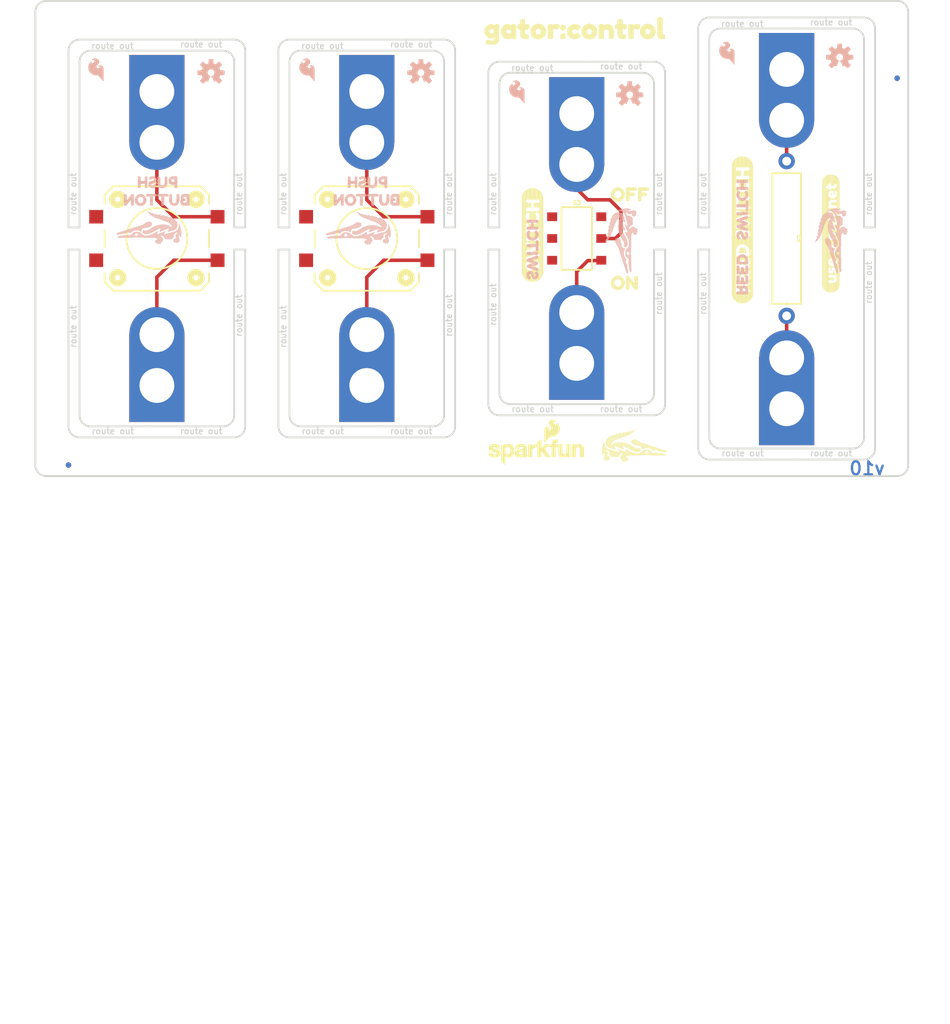
<source format=kicad_pcb>
(kicad_pcb (version 20211014) (generator pcbnew)
  (layers (0 "F.Cu" signal) (31 "B.Cu" signal) (34 "B.Paste" user) (35 "F.Paste" user) (36 "B.SilkS" user "B.Silkscreen") (37 "F.SilkS" user "F.Silkscreen") (38 "B.Mask" user) (39 "F.Mask" user) (44 "Edge.Cuts" user))
  (net 0 "")
  (net 1 "N$1")
  (net 2 "N$2")
  (net 3 "N$3")
  (net 4 "N$4")
  (net 5 "N$5")
  (net 6 "N$6")
  (net 7 "N$7")
  (net 8 "N$8")
  (net 9 "N$9")
  (footprint "" (layer "F.Cu") (at 145.3261 104.4956)
    (fp_text reference "@HOLE7" hide)
    (fp_text value "" (at 0 0) (layer "F.SilkS") (effects (font (size 1.27 1.27))))
    (pad "" np_thru_hole circle (at 0 0) (size 0.381 0.381) (drill 0.381) (layers *.Cu *.Mask))
  )
  (footprint "" (layer "F.Cu") (at 174.5361 105.5116)
    (fp_text reference "@HOLE27" hide)
    (fp_text value "" (at 0 0) (layer "F.SilkS") (effects (font (size 1.27 1.27))))
    (pad "" np_thru_hole circle (at 0 0) (size 0.381 0.381) (drill 0.381) (layers *.Cu *.Mask))
  )
  (footprint "" (layer "F.Cu") (at 193.5861 105.5116)
    (fp_text reference "@HOLE1" hide)
    (fp_text value "" (at 0 0) (layer "F.SilkS") (effects (font (size 1.27 1.27))))
    (pad "" np_thru_hole circle (at 0 0) (size 0.381 0.381) (drill 0.381) (layers *.Cu *.Mask))
  )
  (footprint "boardEagle:REVISION" (layer "F.Cu") (at 132.1181 143.8656)
    (fp_text reference "LOGO9" hide)
    (fp_text value "REVISION" hide)
  )
  (footprint "boardEagle:GATOR#CONTROL0" (layer "F.Cu") (at 147.8661 80.8736)
    (fp_text reference "U$23" hide)
    (fp_text value "" hide)
  )
  (footprint "" (layer "F.Cu") (at 145.3261 105.5116)
    (fp_text reference "@HOLE6" hide)
    (fp_text value "" (at 0 0) (layer "F.SilkS") (effects (font (size 1.27 1.27))))
    (pad "" np_thru_hole circle (at 0 0) (size 0.381 0.381) (drill 0.381) (layers *.Cu *.Mask))
  )
  (footprint "" (layer "F.Cu") (at 170.7261 104.4956)
    (fp_text reference "@HOLE25" hide)
    (fp_text value "" (at 0 0) (layer "F.SilkS") (effects (font (size 1.27 1.27))))
    (pad "" np_thru_hole circle (at 0 0) (size 0.381 0.381) (drill 0.381) (layers *.Cu *.Mask))
  )
  (footprint "boardEagle:SWITCH2" (layer "F.Cu") (at 155.4861 110.0836 90)
    (fp_text reference "U$8" hide)
    (fp_text value "" hide)
  )
  (footprint "boardEagle:GATOR" (layer "F.Cu") (at 160.5661 113.2586)
    (fp_text reference "U$14" hide)
    (fp_text value "GATOR" hide)
    (fp_poly (pts (xy 0.703108 -2.842582) (xy 1.048702 -2.743018) (xy 1.377668 -2.606756) (xy 1.689309 -2.434518) (xy 1.979705 -2.228471) (xy 2.245205 -1.991205) (xy 2.482471 -1.725705) (xy 2.688518 -1.435309) (xy 2.860756 -1.123668) (xy 2.997018 -0.794702) (xy 3.095591 -0.452549) (xy 3.155235 -0.10151) (xy 3.175 0.250437) (xy 3.175 10.287) (xy -3.175 10.287) (xy -3.175 0.246868) (xy -3.096582 -0.449108) (xy -2.997018 -0.794702) (xy -2.860756 -1.123668) (xy -2.688518 -1.435309) (xy -2.482471 -1.725705) (xy -2.245205 -1.991205) (xy -1.979705 -2.228471) (xy -1.689309 -2.434518) (xy -1.377668 -2.606756) (xy -1.048702 -2.743018) (xy -0.706549 -2.841591) (xy -0.35551 -2.901235) (xy 0.003575 -2.921401)) (layer "F.Cu") (width 0) (fill solid))
    (fp_poly (pts (xy 0.703108 -2.842582) (xy 1.048702 -2.743018) (xy 1.377668 -2.606756) (xy 1.689309 -2.434518) (xy 1.979705 -2.228471) (xy 2.245205 -1.991205) (xy 2.482471 -1.725705) (xy 2.688518 -1.435309) (xy 2.860756 -1.123668) (xy 2.997018 -0.794702) (xy 3.095591 -0.452549) (xy 3.155235 -0.10151) (xy 3.175 0.250437) (xy 3.175 10.287) (xy -3.175 10.287) (xy -3.175 0.246868) (xy -3.096582 -0.449108) (xy -2.997018 -0.794702) (xy -2.860756 -1.123668) (xy -2.688518 -1.435309) (xy -2.482471 -1.725705) (xy -2.245205 -1.991205) (xy -1.979705 -2.228471) (xy -1.689309 -2.434518) (xy -1.377668 -2.606756) (xy -1.048702 -2.743018) (xy -0.706549 -2.841591) (xy -0.35551 -2.901235) (xy 0.003575 -2.921401)) (layer "B.Cu") (width 0) (fill solid))
    (pad "P$1" thru_hole circle (at 0 6.096) (size 5.08 5.08) (drill 4.0005) (layers *.Cu *.Mask) (net 9 "N$9"))
    (pad "P$2" thru_hole circle (at 0 0.254) (size 5.08 5.08) (drill 4.0005) (layers *.Cu *.Mask) (net 9 "N$9"))
  )
  (footprint "boardEagle:GATOR" (layer "F.Cu") (at 160.5661 96.7486 180)
    (fp_text reference "U$15" hide)
    (fp_text value "GATOR" hide)
    (fp_poly (pts (xy 0.703108 -2.842582) (xy 1.048702 -2.743018) (xy 1.377668 -2.606756) (xy 1.689309 -2.434518) (xy 1.979705 -2.228471) (xy 2.245205 -1.991205) (xy 2.482471 -1.725705) (xy 2.688518 -1.435309) (xy 2.860756 -1.123668) (xy 2.997018 -0.794702) (xy 3.095591 -0.452549) (xy 3.155235 -0.10151) (xy 3.175 0.250437) (xy 3.175 10.287) (xy -3.175 10.287) (xy -3.175 0.246868) (xy -3.096582 -0.449108) (xy -2.997018 -0.794702) (xy -2.860756 -1.123668) (xy -2.688518 -1.435309) (xy -2.482471 -1.725705) (xy -2.245205 -1.991205) (xy -1.979705 -2.228471) (xy -1.689309 -2.434518) (xy -1.377668 -2.606756) (xy -1.048702 -2.743018) (xy -0.706549 -2.841591) (xy -0.35551 -2.901235) (xy 0.003575 -2.921401)) (layer "F.Cu") (width 0) (fill solid))
    (fp_poly (pts (xy 0.703108 -2.842582) (xy 1.048702 -2.743018) (xy 1.377668 -2.606756) (xy 1.689309 -2.434518) (xy 1.979705 -2.228471) (xy 2.245205 -1.991205) (xy 2.482471 -1.725705) (xy 2.688518 -1.435309) (xy 2.860756 -1.123668) (xy 2.997018 -0.794702) (xy 3.095591 -0.452549) (xy 3.155235 -0.10151) (xy 3.175 0.250437) (xy 3.175 10.287) (xy -3.175 10.287) (xy -3.175 0.246868) (xy -3.096582 -0.449108) (xy -2.997018 -0.794702) (xy -2.860756 -1.123668) (xy -2.688518 -1.435309) (xy -2.482471 -1.725705) (xy -2.245205 -1.991205) (xy -1.979705 -2.228471) (xy -1.689309 -2.434518) (xy -1.377668 -2.606756) (xy -1.048702 -2.743018) (xy -0.706549 -2.841591) (xy -0.35551 -2.901235) (xy 0.003575 -2.921401)) (layer "B.Cu") (width 0) (fill solid))
    (pad "P$1" thru_hole circle (at 0 6.096 180) (size 5.08 5.08) (drill 4.0005) (layers *.Cu *.Mask) (net 7 "N$7"))
    (pad "P$2" thru_hole circle (at 0 0.254 180) (size 5.08 5.08) (drill 4.0005) (layers *.Cu *.Mask) (net 7 "N$7"))
  )
  (footprint "boardEagle:ON8" (layer "F.Cu") (at 163.1061 110.0836)
    (fp_text reference "U$13" hide)
    (fp_text value "" hide)
  )
  (footprint "" (layer "F.Cu") (at 121.1961 104.4956)
    (fp_text reference "@HOLE11" hide)
    (fp_text value "" (at 0 0) (layer "F.SilkS") (effects (font (size 1.27 1.27))))
    (pad "" np_thru_hole circle (at 0 0) (size 0.381 0.381) (drill 0.381) (layers *.Cu *.Mask))
  )
  (footprint "" (layer "F.Cu") (at 121.1961 105.5116)
    (fp_text reference "@HOLE10" hide)
    (fp_text value "" (at 0 0) (layer "F.SilkS") (effects (font (size 1.27 1.27))))
    (pad "" np_thru_hole circle (at 0 0) (size 0.381 0.381) (drill 0.381) (layers *.Cu *.Mask))
  )
  (footprint "" (layer "F.Cu") (at 175.8061 104.4956)
    (fp_text reference "@HOLE3" hide)
    (fp_text value "" (at 0 0) (layer "F.SilkS") (effects (font (size 1.27 1.27))))
    (pad "" np_thru_hole circle (at 0 0) (size 0.381 0.381) (drill 0.381) (layers *.Cu *.Mask))
  )
  (footprint "" (layer "F.Cu") (at 175.8061 105.5116)
    (fp_text reference "@HOLE2" hide)
    (fp_text value "" (at 0 0) (layer "F.SilkS") (effects (font (size 1.27 1.27))))
    (pad "" np_thru_hole circle (at 0 0) (size 0.381 0.381) (drill 0.381) (layers *.Cu *.Mask))
  )
  (footprint "" (layer "F.Cu") (at 127.5461 104.4956)
    (fp_text reference "@HOLE9" hide)
    (fp_text value "" (at 0 0) (layer "F.SilkS") (effects (font (size 1.27 1.27))))
    (pad "" np_thru_hole circle (at 0 0) (size 0.381 0.381) (drill 0.381) (layers *.Cu *.Mask))
  )
  (footprint "" (layer "F.Cu") (at 103.4161 104.4956)
    (fp_text reference "@HOLE13" hide)
    (fp_text value "" (at 0 0) (layer "F.SilkS") (effects (font (size 1.27 1.27))))
    (pad "" np_thru_hole circle (at 0 0) (size 0.381 0.381) (drill 0.381) (layers *.Cu *.Mask))
  )
  (footprint "boardEagle:FIDUCIAL-MICRO" (layer "F.Cu") (at 102.1461 131.0386)
    (fp_text reference "FD4" hide)
    (fp_text value "FIDUCIALUFIDUCIAL" hide)
    (pad "1" smd roundrect (at 0 0) (size 0.635 0.635) (layers "F.Cu" "F.Mask") (roundrect_rratio 0.5))
  )
  (footprint "" (layer "F.Cu") (at 102.1461 105.5116)
    (fp_text reference "@HOLE19" hide)
    (fp_text value "" (at 0 0) (layer "F.SilkS") (effects (font (size 1.27 1.27))))
    (pad "" np_thru_hole circle (at 0 0) (size 0.381 0.381) (drill 0.381) (layers *.Cu *.Mask))
  )
  (footprint "" (layer "F.Cu") (at 127.5461 105.5116)
    (fp_text reference "@HOLE8" hide)
    (fp_text value "" (at 0 0) (layer "F.SilkS") (effects (font (size 1.27 1.27))))
    (pad "" np_thru_hole circle (at 0 0) (size 0.381 0.381) (drill 0.381) (layers *.Cu *.Mask))
  )
  (footprint "" (layer "F.Cu") (at 174.5361 104.4956)
    (fp_text reference "@HOLE24" hide)
    (fp_text value "" (at 0 0) (layer "F.SilkS") (effects (font (size 1.27 1.27))))
    (pad "" np_thru_hole circle (at 0 0) (size 0.381 0.381) (drill 0.381) (layers *.Cu *.Mask))
  )
  (footprint "boardEagle:TACTILE_SWITCH_SMD_12MM" (layer "F.Cu") (at 112.3061 105.0036)
    (fp_text reference "S1" (at 0 -6.223) (layer "F.SilkS") (effects (font (size 0.48768 0.48768) (thickness 0.12192)) (justify bottom)))
    (fp_text value "MOMENTARY-SWITCH-SPST-SMD-12MM")
    (pad "1" smd rect (at 6.975 2.5) (size 1.6 1.55) (layers "F.Cu" "F.Paste" "F.Mask") (net 3 "N$3"))
    (pad "2" smd rect (at -6.975 2.5) (size 1.6 1.55) (layers "F.Cu" "F.Paste" "F.Mask"))
    (pad "3" smd rect (at 6.975 -2.5) (size 1.6 1.55) (layers "F.Cu" "F.Paste" "F.Mask") (net 4 "N$4"))
    (pad "4" smd rect (at -6.975 -2.5) (size 1.6 1.55) (layers "F.Cu" "F.Paste" "F.Mask"))
  )
  (footprint "" (layer "F.Cu") (at 102.1461 104.4956)
    (fp_text reference "@HOLE18" hide)
    (fp_text value "" (at 0 0) (layer "F.SilkS") (effects (font (size 1.27 1.27))))
    (pad "" np_thru_hole circle (at 0 0) (size 0.381 0.381) (drill 0.381) (layers *.Cu *.Mask))
  )
  (footprint "boardEagle:REED_SWITCH0" (layer "F.Cu") (at 179.6161 112.6236 90)
    (fp_text reference "U$7" hide)
    (fp_text value "" hide)
  )
  (footprint "" (layer "F.Cu") (at 122.4661 104.4956)
    (fp_text reference "@HOLE16" hide)
    (fp_text value "" (at 0 0) (layer "F.SilkS") (effects (font (size 1.27 1.27))))
    (pad "" np_thru_hole circle (at 0 0) (size 0.381 0.381) (drill 0.381) (layers *.Cu *.Mask))
  )
  (footprint "boardEagle:GATOR" (layer "F.Cu") (at 112.3061 115.7986)
    (fp_text reference "U$17" hide)
    (fp_text value "GATOR" hide)
    (fp_poly (pts (xy 0.703108 -2.842582) (xy 1.048702 -2.743018) (xy 1.377668 -2.606756) (xy 1.689309 -2.434518) (xy 1.979705 -2.228471) (xy 2.245205 -1.991205) (xy 2.482471 -1.725705) (xy 2.688518 -1.435309) (xy 2.860756 -1.123668) (xy 2.997018 -0.794702) (xy 3.095591 -0.452549) (xy 3.155235 -0.10151) (xy 3.175 0.250437) (xy 3.175 10.287) (xy -3.175 10.287) (xy -3.175 0.246868) (xy -3.096582 -0.449108) (xy -2.997018 -0.794702) (xy -2.860756 -1.123668) (xy -2.688518 -1.435309) (xy -2.482471 -1.725705) (xy -2.245205 -1.991205) (xy -1.979705 -2.228471) (xy -1.689309 -2.434518) (xy -1.377668 -2.606756) (xy -1.048702 -2.743018) (xy -0.706549 -2.841591) (xy -0.35551 -2.901235) (xy 0.003575 -2.921401)) (layer "F.Cu") (width 0) (fill solid))
    (fp_poly (pts (xy 0.703108 -2.842582) (xy 1.048702 -2.743018) (xy 1.377668 -2.606756) (xy 1.689309 -2.434518) (xy 1.979705 -2.228471) (xy 2.245205 -1.991205) (xy 2.482471 -1.725705) (xy 2.688518 -1.435309) (xy 2.860756 -1.123668) (xy 2.997018 -0.794702) (xy 3.095591 -0.452549) (xy 3.155235 -0.10151) (xy 3.175 0.250437) (xy 3.175 10.287) (xy -3.175 10.287) (xy -3.175 0.246868) (xy -3.096582 -0.449108) (xy -2.997018 -0.794702) (xy -2.860756 -1.123668) (xy -2.688518 -1.435309) (xy -2.482471 -1.725705) (xy -2.245205 -1.991205) (xy -1.979705 -2.228471) (xy -1.689309 -2.434518) (xy -1.377668 -2.606756) (xy -1.048702 -2.743018) (xy -0.706549 -2.841591) (xy -0.35551 -2.901235) (xy 0.003575 -2.921401)) (layer "B.Cu") (width 0) (fill solid))
    (pad "P$1" thru_hole circle (at 0 6.096) (size 5.08 5.08) (drill 4.0005) (layers *.Cu *.Mask) (net 3 "N$3"))
    (pad "P$2" thru_hole circle (at 0 0.254) (size 5.08 5.08) (drill 4.0005) (layers *.Cu *.Mask) (net 3 "N$3"))
  )
  (footprint "boardEagle:FIDUCIAL-MICRO" (layer "F.Cu") (at 197.3961 86.5886)
    (fp_text reference "FD1" hide)
    (fp_text value "FIDUCIALUFIDUCIAL" hide)
    (pad "1" smd roundrect (at 0 0) (size 0.635 0.635) (layers "F.Cu" "F.Mask") (roundrect_rratio 0.5))
  )
  (footprint "boardEagle:CREATIVE_COMMONS" (layer "F.Cu") (at 120.5611 141.8336)
    (fp_text reference "FRAME1" hide)
    (fp_text value "FRAME-LETTER" hide)
  )
  (footprint "boardEagle:GATOR" (layer "F.Cu") (at 136.4361 115.7986)
    (fp_text reference "U$19" hide)
    (fp_text value "GATOR" hide)
    (fp_poly (pts (xy 0.703108 -2.842582) (xy 1.048702 -2.743018) (xy 1.377668 -2.606756) (xy 1.689309 -2.434518) (xy 1.979705 -2.228471) (xy 2.245205 -1.991205) (xy 2.482471 -1.725705) (xy 2.688518 -1.435309) (xy 2.860756 -1.123668) (xy 2.997018 -0.794702) (xy 3.095591 -0.452549) (xy 3.155235 -0.10151) (xy 3.175 0.250437) (xy 3.175 10.287) (xy -3.175 10.287) (xy -3.175 0.246868) (xy -3.096582 -0.449108) (xy -2.997018 -0.794702) (xy -2.860756 -1.123668) (xy -2.688518 -1.435309) (xy -2.482471 -1.725705) (xy -2.245205 -1.991205) (xy -1.979705 -2.228471) (xy -1.689309 -2.434518) (xy -1.377668 -2.606756) (xy -1.048702 -2.743018) (xy -0.706549 -2.841591) (xy -0.35551 -2.901235) (xy 0.003575 -2.921401)) (layer "F.Cu") (width 0) (fill solid))
    (fp_poly (pts (xy 0.703108 -2.842582) (xy 1.048702 -2.743018) (xy 1.377668 -2.606756) (xy 1.689309 -2.434518) (xy 1.979705 -2.228471) (xy 2.245205 -1.991205) (xy 2.482471 -1.725705) (xy 2.688518 -1.435309) (xy 2.860756 -1.123668) (xy 2.997018 -0.794702) (xy 3.095591 -0.452549) (xy 3.155235 -0.10151) (xy 3.175 0.250437) (xy 3.175 10.287) (xy -3.175 10.287) (xy -3.175 0.246868) (xy -3.096582 -0.449108) (xy -2.997018 -0.794702) (xy -2.860756 -1.123668) (xy -2.688518 -1.435309) (xy -2.482471 -1.725705) (xy -2.245205 -1.991205) (xy -1.979705 -2.228471) (xy -1.689309 -2.434518) (xy -1.377668 -2.606756) (xy -1.048702 -2.743018) (xy -0.706549 -2.841591) (xy -0.35551 -2.901235) (xy 0.003575 -2.921401)) (layer "B.Cu") (width 0) (fill solid))
    (pad "P$1" thru_hole circle (at 0 6.096) (size 5.08 5.08) (drill 4.0005) (layers *.Cu *.Mask) (net 1 "N$1"))
    (pad "P$2" thru_hole circle (at 0 0.254) (size 5.08 5.08) (drill 4.0005) (layers *.Cu *.Mask) (net 1 "N$1"))
  )
  (footprint "boardEagle:ORDERING_INSTRUCTIONS" (layer "F.Cu") (at 94.5261 144.3736)
    (fp_text reference "U$33" hide)
    (fp_text value "" hide)
  )
  (footprint "" (layer "F.Cu") (at 126.2761 105.5116)
    (fp_text reference "@HOLE15" hide)
    (fp_text value "" (at 0 0) (layer "F.SilkS") (effects (font (size 1.27 1.27))))
    (pad "" np_thru_hole circle (at 0 0) (size 0.381 0.381) (drill 0.381) (layers *.Cu *.Mask))
  )
  (footprint "" (layer "F.Cu") (at 146.5961 104.4956)
    (fp_text reference "@HOLE20" hide)
    (fp_text value "" (at 0 0) (layer "F.SilkS") (effects (font (size 1.27 1.27))))
    (pad "" np_thru_hole circle (at 0 0) (size 0.381 0.381) (drill 0.381) (layers *.Cu *.Mask))
  )
  (footprint "" (layer "F.Cu") (at 194.8561 105.5116)
    (fp_text reference "@HOLE31" hide)
    (fp_text value "" (at 0 0) (layer "F.SilkS") (effects (font (size 1.27 1.27))))
    (pad "" np_thru_hole circle (at 0 0) (size 0.381 0.381) (drill 0.381) (layers *.Cu *.Mask))
  )
  (footprint "boardEagle:USE_A_MAGNET10" (layer "F.Cu") (at 189.7761 111.3536 90)
    (fp_text reference "U$9" hide)
    (fp_text value "" hide)
  )
  (footprint "" (layer "F.Cu") (at 169.4561 105.5116)
    (fp_text reference "@HOLE29" hide)
    (fp_text value "" (at 0 0) (layer "F.SilkS") (effects (font (size 1.27 1.27))))
    (pad "" np_thru_hole circle (at 0 0) (size 0.381 0.381) (drill 0.381) (layers *.Cu *.Mask))
  )
  (footprint "boardEagle:GATOR" (layer "F.Cu") (at 184.6961 91.6686 180)
    (fp_text reference "U$16" hide)
    (fp_text value "GATOR" hide)
    (fp_poly (pts (xy 0.703108 -2.842582) (xy 1.048702 -2.743018) (xy 1.377668 -2.606756) (xy 1.689309 -2.434518) (xy 1.979705 -2.228471) (xy 2.245205 -1.991205) (xy 2.482471 -1.725705) (xy 2.688518 -1.435309) (xy 2.860756 -1.123668) (xy 2.997018 -0.794702) (xy 3.095591 -0.452549) (xy 3.155235 -0.10151) (xy 3.175 0.250437) (xy 3.175 10.287) (xy -3.175 10.287) (xy -3.175 0.246868) (xy -3.096582 -0.449108) (xy -2.997018 -0.794702) (xy -2.860756 -1.123668) (xy -2.688518 -1.435309) (xy -2.482471 -1.725705) (xy -2.245205 -1.991205) (xy -1.979705 -2.228471) (xy -1.689309 -2.434518) (xy -1.377668 -2.606756) (xy -1.048702 -2.743018) (xy -0.706549 -2.841591) (xy -0.35551 -2.901235) (xy 0.003575 -2.921401)) (layer "F.Cu") (width 0) (fill solid))
    (fp_poly (pts (xy 0.703108 -2.842582) (xy 1.048702 -2.743018) (xy 1.377668 -2.606756) (xy 1.689309 -2.434518) (xy 1.979705 -2.228471) (xy 2.245205 -1.991205) (xy 2.482471 -1.725705) (xy 2.688518 -1.435309) (xy 2.860756 -1.123668) (xy 2.997018 -0.794702) (xy 3.095591 -0.452549) (xy 3.155235 -0.10151) (xy 3.175 0.250437) (xy 3.175 10.287) (xy -3.175 10.287) (xy -3.175 0.246868) (xy -3.096582 -0.449108) (xy -2.997018 -0.794702) (xy -2.860756 -1.123668) (xy -2.688518 -1.435309) (xy -2.482471 -1.725705) (xy -2.245205 -1.991205) (xy -1.979705 -2.228471) (xy -1.689309 -2.434518) (xy -1.377668 -2.606756) (xy -1.048702 -2.743018) (xy -0.706549 -2.841591) (xy -0.35551 -2.901235) (xy 0.003575 -2.921401)) (layer "B.Cu") (width 0) (fill solid))
    (pad "P$1" thru_hole circle (at 0 6.096 180) (size 5.08 5.08) (drill 4.0005) (layers *.Cu *.Mask) (net 5 "N$5"))
    (pad "P$2" thru_hole circle (at 0 0.254 180) (size 5.08 5.08) (drill 4.0005) (layers *.Cu *.Mask) (net 5 "N$5"))
  )
  (footprint "" (layer "F.Cu") (at 103.4161 105.5116)
    (fp_text reference "@HOLE12" hide)
    (fp_text value "" (at 0 0) (layer "F.SilkS") (effects (font (size 1.27 1.27))))
    (pad "" np_thru_hole circle (at 0 0) (size 0.381 0.381) (drill 0.381) (layers *.Cu *.Mask))
  )
  (footprint "boardEagle:GATOR" (layer "F.Cu") (at 136.4361 94.2086 180)
    (fp_text reference "U$10" hide)
    (fp_text value "GATOR" hide)
    (fp_poly (pts (xy 0.703108 -2.842582) (xy 1.048702 -2.743018) (xy 1.377668 -2.606756) (xy 1.689309 -2.434518) (xy 1.979705 -2.228471) (xy 2.245205 -1.991205) (xy 2.482471 -1.725705) (xy 2.688518 -1.435309) (xy 2.860756 -1.123668) (xy 2.997018 -0.794702) (xy 3.095591 -0.452549) (xy 3.155235 -0.10151) (xy 3.175 0.250437) (xy 3.175 10.287) (xy -3.175 10.287) (xy -3.175 0.246868) (xy -3.096582 -0.449108) (xy -2.997018 -0.794702) (xy -2.860756 -1.123668) (xy -2.688518 -1.435309) (xy -2.482471 -1.725705) (xy -2.245205 -1.991205) (xy -1.979705 -2.228471) (xy -1.689309 -2.434518) (xy -1.377668 -2.606756) (xy -1.048702 -2.743018) (xy -0.706549 -2.841591) (xy -0.35551 -2.901235) (xy 0.003575 -2.921401)) (layer "F.Cu") (width 0) (fill solid))
    (fp_poly (pts (xy 0.703108 -2.842582) (xy 1.048702 -2.743018) (xy 1.377668 -2.606756) (xy 1.689309 -2.434518) (xy 1.979705 -2.228471) (xy 2.245205 -1.991205) (xy 2.482471 -1.725705) (xy 2.688518 -1.435309) (xy 2.860756 -1.123668) (xy 2.997018 -0.794702) (xy 3.095591 -0.452549) (xy 3.155235 -0.10151) (xy 3.175 0.250437) (xy 3.175 10.287) (xy -3.175 10.287) (xy -3.175 0.246868) (xy -3.096582 -0.449108) (xy -2.997018 -0.794702) (xy -2.860756 -1.123668) (xy -2.688518 -1.435309) (xy -2.482471 -1.725705) (xy -2.245205 -1.991205) (xy -1.979705 -2.228471) (xy -1.689309 -2.434518) (xy -1.377668 -2.606756) (xy -1.048702 -2.743018) (xy -0.706549 -2.841591) (xy -0.35551 -2.901235) (xy 0.003575 -2.921401)) (layer "B.Cu") (width 0) (fill solid))
    (pad "P$1" thru_hole circle (at 0 6.096 180) (size 5.08 5.08) (drill 4.0005) (layers *.Cu *.Mask) (net 2 "N$2"))
    (pad "P$2" thru_hole circle (at 0 0.254 180) (size 5.08 5.08) (drill 4.0005) (layers *.Cu *.Mask) (net 2 "N$2"))
  )
  (footprint "boardEagle:OFF9" (layer "F.Cu") (at 163.1061 99.9236)
    (fp_text reference "U$6" hide)
    (fp_text value "" hide)
  )
  (footprint "" (layer "F.Cu") (at 170.7261 105.5116)
    (fp_text reference "@HOLE28" hide)
    (fp_text value "" (at 0 0) (layer "F.SilkS") (effects (font (size 1.27 1.27))))
    (pad "" np_thru_hole circle (at 0 0) (size 0.381 0.381) (drill 0.381) (layers *.Cu *.Mask))
  )
  (footprint "boardEagle:GATOR" (layer "F.Cu") (at 112.3061 94.2086 180)
    (fp_text reference "U$11" hide)
    (fp_text value "GATOR" hide)
    (fp_poly (pts (xy 0.703108 -2.842582) (xy 1.048702 -2.743018) (xy 1.377668 -2.606756) (xy 1.689309 -2.434518) (xy 1.979705 -2.228471) (xy 2.245205 -1.991205) (xy 2.482471 -1.725705) (xy 2.688518 -1.435309) (xy 2.860756 -1.123668) (xy 2.997018 -0.794702) (xy 3.095591 -0.452549) (xy 3.155235 -0.10151) (xy 3.175 0.250437) (xy 3.175 10.287) (xy -3.175 10.287) (xy -3.175 0.246868) (xy -3.096582 -0.449108) (xy -2.997018 -0.794702) (xy -2.860756 -1.123668) (xy -2.688518 -1.435309) (xy -2.482471 -1.725705) (xy -2.245205 -1.991205) (xy -1.979705 -2.228471) (xy -1.689309 -2.434518) (xy -1.377668 -2.606756) (xy -1.048702 -2.743018) (xy -0.706549 -2.841591) (xy -0.35551 -2.901235) (xy 0.003575 -2.921401)) (layer "F.Cu") (width 0) (fill solid))
    (fp_poly (pts (xy 0.703108 -2.842582) (xy 1.048702 -2.743018) (xy 1.377668 -2.606756) (xy 1.689309 -2.434518) (xy 1.979705 -2.228471) (xy 2.245205 -1.991205) (xy 2.482471 -1.725705) (xy 2.688518 -1.435309) (xy 2.860756 -1.123668) (xy 2.997018 -0.794702) (xy 3.095591 -0.452549) (xy 3.155235 -0.10151) (xy 3.175 0.250437) (xy 3.175 10.287) (xy -3.175 10.287) (xy -3.175 0.246868) (xy -3.096582 -0.449108) (xy -2.997018 -0.794702) (xy -2.860756 -1.123668) (xy -2.688518 -1.435309) (xy -2.482471 -1.725705) (xy -2.245205 -1.991205) (xy -1.979705 -2.228471) (xy -1.689309 -2.434518) (xy -1.377668 -2.606756) (xy -1.048702 -2.743018) (xy -0.706549 -2.841591) (xy -0.35551 -2.901235) (xy 0.003575 -2.921401)) (layer "B.Cu") (width 0) (fill solid))
    (pad "P$1" thru_hole circle (at 0 6.096 180) (size 5.08 5.08) (drill 4.0005) (layers *.Cu *.Mask) (net 4 "N$4"))
    (pad "P$2" thru_hole circle (at 0 0.254 180) (size 5.08 5.08) (drill 4.0005) (layers *.Cu *.Mask) (net 4 "N$4"))
  )
  (footprint "" (layer "F.Cu") (at 150.4061 104.4956)
    (fp_text reference "@HOLE22" hide)
    (fp_text value "" (at 0 0) (layer "F.SilkS") (effects (font (size 1.27 1.27))))
    (pad "" np_thru_hole circle (at 0 0) (size 0.381 0.381) (drill 0.381) (layers *.Cu *.Mask))
  )
  (footprint "" (layer "F.Cu") (at 194.8561 104.4956)
    (fp_text reference "@HOLE30" hide)
    (fp_text value "" (at 0 0) (layer "F.SilkS") (effects (font (size 1.27 1.27))))
    (pad "" np_thru_hole circle (at 0 0) (size 0.381 0.381) (drill 0.381) (layers *.Cu *.Mask))
  )
  (footprint "boardEagle:REED_SWITCH_PLASTIC" (layer "F.Cu") (at 184.6961 105.0036 -90)
    (fp_text reference "S2" (at 0 -1.778 -90) (layer "F.SilkS") (effects (font (size 0.48768 0.48768) (thickness 0.12192)) (justify bottom)))
    (fp_text value "REED_SWITCH-PTH-INSULATED")
    (pad "P$1" thru_hole circle (at -8.89 0 270) (size 1.8796 1.8796) (drill 1.016) (layers *.Cu *.Mask) (net 5 "N$5"))
    (pad "P$2" thru_hole circle (at 8.89 0 270) (size 1.8796 1.8796) (drill 1.016) (layers *.Cu *.Mask) (net 6 "N$6"))
  )
  (footprint "" (layer "F.Cu") (at 151.6761 105.5116)
    (fp_text reference "@HOLE4" hide)
    (fp_text value "" (at 0 0) (layer "F.SilkS") (effects (font (size 1.27 1.27))))
    (pad "" np_thru_hole circle (at 0 0) (size 0.381 0.381) (drill 0.381) (layers *.Cu *.Mask))
  )
  (footprint "" (layer "F.Cu") (at 150.4061 105.5116)
    (fp_text reference "@HOLE23" hide)
    (fp_text value "" (at 0 0) (layer "F.SilkS") (effects (font (size 1.27 1.27))))
    (pad "" np_thru_hole circle (at 0 0) (size 0.381 0.381) (drill 0.381) (layers *.Cu *.Mask))
  )
  (footprint "boardEagle:SFE_LOGO_NAME_FLAME_.1" (layer "F.Cu") (at 150.0251 131.0386)
    (fp_text reference "U$24" hide)
    (fp_text value "" hide)
  )
  (footprint "boardEagle:GATOR#PNG" (layer "F.Cu") (at 166.8526 128.6891)
    (fp_text reference "U$22" hide)
    (fp_text value "" hide)
  )
  (footprint "" (layer "F.Cu") (at 193.5861 104.4956)
    (fp_text reference "@HOLE0" hide)
    (fp_text value "" (at 0 0) (layer "F.SilkS") (effects (font (size 1.27 1.27))))
    (pad "" np_thru_hole circle (at 0 0) (size 0.381 0.381) (drill 0.381) (layers *.Cu *.Mask))
  )
  (footprint "boardEagle:TACTILE_SWITCH_SMD_12MM" (layer "F.Cu") (at 136.4361 105.0036)
    (fp_text reference "S4" (at 0 -6.223) (layer "F.SilkS") (effects (font (size 0.48768 0.48768) (thickness 0.12192)) (justify bottom)))
    (fp_text value "MOMENTARY-SWITCH-SPST-SMD-12MM")
    (pad "1" smd rect (at 6.975 2.5) (size 1.6 1.55) (layers "F.Cu" "F.Paste" "F.Mask") (net 1 "N$1"))
    (pad "2" smd rect (at -6.975 2.5) (size 1.6 1.55) (layers "F.Cu" "F.Paste" "F.Mask"))
    (pad "3" smd rect (at 6.975 -2.5) (size 1.6 1.55) (layers "F.Cu" "F.Paste" "F.Mask") (net 2 "N$2"))
    (pad "4" smd rect (at -6.975 -2.5) (size 1.6 1.55) (layers "F.Cu" "F.Paste" "F.Mask"))
  )
  (footprint "boardEagle:SWITCH_DPDT_SMD_AYZ0202" (layer "F.Cu") (at 160.5661 105.0036 -90)
    (fp_text reference "S3" (at -3.81 0) (layer "F.SilkS") (effects (font (size 0.48768 0.48768) (thickness 0.12192)) (justify bottom)))
    (fp_text value "")
    (pad "" np_thru_hole circle (at 1.5 0 270) (size 0.85 0.85) (drill 0.85) (layers *.Cu *.Mask))
    (pad "" np_thru_hole circle (at -1.5 0 270) (size 0.85 0.85) (drill 0.85) (layers *.Cu *.Mask))
    (pad "1" smd rect (at -2.5 -2.825 270) (size 1 1.15) (layers "F.Cu" "F.Paste" "F.Mask") (net 8 "N$8"))
    (pad "2" smd rect (at 0 -2.825 270) (size 1 1.15) (layers "F.Cu" "F.Paste" "F.Mask") (net 7 "N$7"))
    (pad "3" smd rect (at 2.5 -2.825 270) (size 1 1.15) (layers "F.Cu" "F.Paste" "F.Mask") (net 9 "N$9"))
    (pad "4" smd rect (at -2.5 2.825 270) (size 1 1.15) (layers "F.Cu" "F.Paste" "F.Mask"))
    (pad "5" smd rect (at 0 2.825 270) (size 1 1.15) (layers "F.Cu" "F.Paste" "F.Mask"))
    (pad "6" smd rect (at 2.5 2.825 270) (size 1 1.15) (layers "F.Cu" "F.Paste" "F.Mask"))
  )
  (footprint "" (layer "F.Cu") (at 122.4661 105.5116)
    (fp_text reference "@HOLE17" hide)
    (fp_text value "" (at 0 0) (layer "F.SilkS") (effects (font (size 1.27 1.27))))
    (pad "" np_thru_hole circle (at 0 0) (size 0.381 0.381) (drill 0.381) (layers *.Cu *.Mask))
  )
  (footprint "" (layer "F.Cu") (at 146.5961 105.5116)
    (fp_text reference "@HOLE21" hide)
    (fp_text value "" (at 0 0) (layer "F.SilkS") (effects (font (size 1.27 1.27))))
    (pad "" np_thru_hole circle (at 0 0) (size 0.381 0.381) (drill 0.381) (layers *.Cu *.Mask))
  )
  (footprint "" (layer "F.Cu") (at 126.2761 104.4956)
    (fp_text reference "@HOLE14" hide)
    (fp_text value "" (at 0 0) (layer "F.SilkS") (effects (font (size 1.27 1.27))))
    (pad "" np_thru_hole circle (at 0 0) (size 0.381 0.381) (drill 0.381) (layers *.Cu *.Mask))
  )
  (footprint "boardEagle:GATOR" (layer "F.Cu") (at 184.6961 118.4656)
    (fp_text reference "U$12" hide)
    (fp_text value "GATOR" hide)
    (fp_poly (pts (xy 0.703108 -2.842582) (xy 1.048702 -2.743018) (xy 1.377668 -2.606756) (xy 1.689309 -2.434518) (xy 1.979705 -2.228471) (xy 2.245205 -1.991205) (xy 2.482471 -1.725705) (xy 2.688518 -1.435309) (xy 2.860756 -1.123668) (xy 2.997018 -0.794702) (xy 3.095591 -0.452549) (xy 3.155235 -0.10151) (xy 3.175 0.250437) (xy 3.175 10.287) (xy -3.175 10.287) (xy -3.175 0.246868) (xy -3.096582 -0.449108) (xy -2.997018 -0.794702) (xy -2.860756 -1.123668) (xy -2.688518 -1.435309) (xy -2.482471 -1.725705) (xy -2.245205 -1.991205) (xy -1.979705 -2.228471) (xy -1.689309 -2.434518) (xy -1.377668 -2.606756) (xy -1.048702 -2.743018) (xy -0.706549 -2.841591) (xy -0.35551 -2.901235) (xy 0.003575 -2.921401)) (layer "F.Cu") (width 0) (fill solid))
    (fp_poly (pts (xy 0.703108 -2.842582) (xy 1.048702 -2.743018) (xy 1.377668 -2.606756) (xy 1.689309 -2.434518) (xy 1.979705 -2.228471) (xy 2.245205 -1.991205) (xy 2.482471 -1.725705) (xy 2.688518 -1.435309) (xy 2.860756 -1.123668) (xy 2.997018 -0.794702) (xy 3.095591 -0.452549) (xy 3.155235 -0.10151) (xy 3.175 0.250437) (xy 3.175 10.287) (xy -3.175 10.287) (xy -3.175 0.246868) (xy -3.096582 -0.449108) (xy -2.997018 -0.794702) (xy -2.860756 -1.123668) (xy -2.688518 -1.435309) (xy -2.482471 -1.725705) (xy -2.245205 -1.991205) (xy -1.979705 -2.228471) (xy -1.689309 -2.434518) (xy -1.377668 -2.606756) (xy -1.048702 -2.743018) (xy -0.706549 -2.841591) (xy -0.35551 -2.901235) (xy 0.003575 -2.921401)) (layer "B.Cu") (width 0) (fill solid))
    (pad "P$1" thru_hole circle (at 0 6.096) (size 5.08 5.08) (drill 4.0005) (layers *.Cu *.Mask) (net 6 "N$6"))
    (pad "P$2" thru_hole circle (at 0 0.254) (size 5.08 5.08) (drill 4.0005) (layers *.Cu *.Mask) (net 6 "N$6"))
  )
  (footprint "" (layer "F.Cu") (at 169.4561 104.4956)
    (fp_text reference "@HOLE26" hide)
    (fp_text value "" (at 0 0) (layer "F.SilkS") (effects (font (size 1.27 1.27))))
    (pad "" np_thru_hole circle (at 0 0) (size 0.381 0.381) (drill 0.381) (layers *.Cu *.Mask))
  )
  (footprint "" (layer "F.Cu") (at 151.6761 104.4956)
    (fp_text reference "@HOLE5" hide)
    (fp_text value "" (at 0 0) (layer "F.SilkS") (effects (font (size 1.27 1.27))))
    (pad "" np_thru_hole circle (at 0 0) (size 0.381 0.381) (drill 0.381) (layers *.Cu *.Mask))
  )
  (footprint "boardEagle:BUTTON3" (layer "B.Cu") (at 141.3891 100.5586 180)
    (fp_text reference "U$5" hide)
    (fp_text value "" hide)
  )
  (footprint "boardEagle:REED6" (layer "B.Cu") (at 179.6161 112.6236 90)
    (fp_text reference "U$20" hide)
    (fp_text value "" hide)
  )
  (footprint "boardEagle:PUSH4" (layer "B.Cu") (at 115.8621 98.5266 180)
    (fp_text reference "U$3" hide)
    (fp_text value "" hide)
  )
  (footprint "boardEagle:OSHW-LOGO-S" (layer "B.Cu") (at 142.6591 85.9536 180)
    (fp_text reference "LOGO3" hide)
    (fp_text value "OSHW-LOGOS" hide)
  )
  (footprint "boardEagle:SFE_LOGO_FLAME_.1" (layer "B.Cu") (at 178.9811 85.3186 180)
    (fp_text reference "LOGO7" hide)
    (fp_text value "SFE_LOGO_FLAME.1_INCH" hide)
  )
  (footprint "boardEagle:FIDUCIAL-MICRO" (layer "B.Cu") (at 197.3961 86.5886 180)
    (fp_text reference "FD2" hide)
    (fp_text value "FIDUCIALUFIDUCIAL" hide)
    (pad "1" smd roundrect (at 0 0 180) (size 0.635 0.635) (layers "B.Cu" "B.Mask") (roundrect_rratio 0.5))
  )
  (footprint "boardEagle:SWITCH5" (layer "B.Cu") (at 179.6161 106.2736 90)
    (fp_text reference "U$21" hide)
    (fp_text value "" hide)
  )
  (footprint "boardEagle:GATOR#PNG" (layer "B.Cu") (at 135.8011 103.7336 180)
    (fp_text reference "U$28" hide)
    (fp_text value "" hide)
  )
  (footprint "boardEagle:GATOR#PNG" (layer "B.Cu") (at 165.5826 104.9401 -90)
    (fp_text reference "U$29" hide)
    (fp_text value "" hide)
  )
  (footprint "boardEagle:SFE_LOGO_FLAME_.1" (layer "B.Cu") (at 130.7211 87.2236 180)
    (fp_text reference "LOGO4" hide)
    (fp_text value "SFE_LOGO_FLAME.1_INCH" hide)
  )
  (footprint "boardEagle:FIDUCIAL-MICRO" (layer "B.Cu") (at 102.1461 131.0386 180)
    (fp_text reference "FD3" hide)
    (fp_text value "FIDUCIALUFIDUCIAL" hide)
    (pad "1" smd roundrect (at 0 0 180) (size 0.635 0.635) (layers "B.Cu" "B.Mask") (roundrect_rratio 0.5))
  )
  (footprint "boardEagle:OSHW-LOGO-S" (layer "B.Cu") (at 118.5291 85.9536 180)
    (fp_text reference "LOGO5" hide)
    (fp_text value "OSHW-LOGOS" hide)
  )
  (footprint "boardEagle:SFE_LOGO_FLAME_.1" (layer "B.Cu") (at 154.8511 89.7636 180)
    (fp_text reference "LOGO1" hide)
    (fp_text value "SFE_LOGO_FLAME.1_INCH" hide)
  )
  (footprint "boardEagle:BUTTON3" (layer "B.Cu") (at 117.2591 100.5586 180)
    (fp_text reference "U$2" hide)
    (fp_text value "" hide)
  )
  (footprint "boardEagle:GATOR#PNG" (layer "B.Cu") (at 111.7346 103.6701 180)
    (fp_text reference "U$70" hide)
    (fp_text value "" hide)
  )
  (footprint "boardEagle:SFE_LOGO_FLAME_.1" (layer "B.Cu") (at 106.4641 87.2236 180)
    (fp_text reference "LOGO6" hide)
    (fp_text value "SFE_LOGO_FLAME.1_INCH" hide)
  )
  (footprint "boardEagle:OSHW-LOGO-S" (layer "B.Cu") (at 166.6621 88.4936 180)
    (fp_text reference "LOGO2" hide)
    (fp_text value "OSHW-LOGOS" hide)
  )
  (footprint "boardEagle:SWITCH5" (layer "B.Cu") (at 155.4861 110.8456 90)
    (fp_text reference "U$18" hide)
    (fp_text value "" hide)
  )
  (footprint "boardEagle:GATOR#PNG" (layer "B.Cu") (at 189.7126 104.9401 -90)
    (fp_text reference "U$1" hide)
    (fp_text value "" hide)
  )
  (footprint "boardEagle:OSHW-LOGO-S" (layer "B.Cu") (at 190.7921 84.1756 180)
    (fp_text reference "LOGO8" hide)
    (fp_text value "OSHW-LOGOS" hide)
  )
  (footprint "boardEagle:PUSH4" (layer "B.Cu") (at 139.9921 98.5266 180)
    (fp_text reference "U$4" hide)
    (fp_text value "" hide)
  )
  (gr_arc (start 152.9461 124.0536) (mid 152.048074 123.681626) (end 151.6761 122.7836) (layer "Edge.Cuts") (width 0.2032))
  (gr_line (start 152.9461 124.0536) (end 161.8361 124.0536) (layer "Edge.Cuts") (width 0.2032))
  (gr_line (start 146.5961 106.2736) (end 145.3261 106.2736) (layer "Edge.Cuts") (width 0.2032))
  (gr_line (start 122.4661 103.7336) (end 121.1961 103.7336) (layer "Edge.Cuts") (width 0.2032))
  (gr_arc (start 103.4161 84.6836) (mid 103.788074 83.785574) (end 104.6861 83.4136) (layer "Edge.Cuts") (width 0.2032))
  (gr_line (start 175.8061 127.8636) (end 175.8061 106.2736) (layer "Edge.Cuts") (width 0.2032))
  (gr_line (start 161.8361 125.3236) (end 169.4561 125.3236) (layer "Edge.Cuts") (width 0.2032))
  (gr_line (start 103.4161 125.3236) (end 103.4161 106.2736) (layer "Edge.Cuts") (width 0.2032))
  (gr_arc (start 121.1961 82.1436) (mid 122.094126 82.515574) (end 122.4661 83.4136) (layer "Edge.Cuts") (width 0.2032))
  (gr_line (start 126.2761 103.7336) (end 126.2761 83.4136) (layer "Edge.Cuts") (width 0.2032))
  (gr_line (start 99.6061 77.6986) (end 197.3961 77.6986) (layer "Edge.Cuts") (width 0.2032))
  (gr_line (start 151.6761 106.2736) (end 150.4061 106.2736) (layer "Edge.Cuts") (width 0.2032))
  (gr_line (start 103.4161 84.6836) (end 103.4161 103.7336) (layer "Edge.Cuts") (width 0.2032))
  (gr_arc (start 119.9261 83.4136) (mid 120.824126 83.785574) (end 121.1961 84.6836) (layer "Edge.Cuts") (width 0.2032))
  (gr_line (start 103.4161 82.1436) (end 113.5761 82.1436) (layer "Edge.Cuts") (width 0.2032))
  (gr_arc (start 127.5461 84.6836) (mid 127.918074 83.785574) (end 128.8161 83.4136) (layer "Edge.Cuts") (width 0.2032))
  (gr_line (start 175.8061 106.2736) (end 174.5361 106.2736) (layer "Edge.Cuts") (width 0.2032))
  (gr_line (start 198.6661 78.9686) (end 198.6661 131.0386) (layer "Edge.Cuts") (width 0.2032))
  (gr_line (start 169.4561 106.2736) (end 169.4561 122.7836) (layer "Edge.Cuts") (width 0.2032))
  (gr_line (start 150.4061 103.7336) (end 150.4061 85.9536) (layer "Edge.Cuts") (width 0.2032))
  (gr_arc (start 122.4661 126.5936) (mid 122.094126 127.491626) (end 121.1961 127.8636) (layer "Edge.Cuts") (width 0.2032))
  (gr_line (start 121.1961 106.2736) (end 121.1961 125.3236) (layer "Edge.Cuts") (width 0.2032))
  (gr_line (start 113.5761 83.4136) (end 104.6861 83.4136) (layer "Edge.Cuts") (width 0.2032))
  (gr_arc (start 151.6761 125.3236) (mid 150.778074 124.951626) (end 150.4061 124.0536) (layer "Edge.Cuts") (width 0.2032))
  (gr_arc (start 121.1961 125.3236) (mid 120.824126 126.221626) (end 119.9261 126.5936) (layer "Edge.Cuts") (width 0.2032))
  (gr_line (start 174.5361 103.7336) (end 174.5361 80.8736) (layer "Edge.Cuts") (width 0.2032))
  (gr_line (start 137.7061 127.8636) (end 145.3261 127.8636) (layer "Edge.Cuts") (width 0.2032))
  (gr_arc (start 168.1861 85.9536) (mid 169.084126 86.325574) (end 169.4561 87.2236) (layer "Edge.Cuts") (width 0.2032))
  (gr_line (start 169.4561 84.6836) (end 161.8361 84.6836) (layer "Edge.Cuts") (width 0.2032))
  (gr_line (start 145.3261 82.1436) (end 137.7061 82.1436) (layer "Edge.Cuts") (width 0.2032))
  (gr_line (start 98.3361 131.0386) (end 98.3361 78.9686) (layer "Edge.Cuts") (width 0.2032))
  (gr_arc (start 150.4061 85.9536) (mid 150.778074 85.055574) (end 151.6761 84.6836) (layer "Edge.Cuts") (width 0.2032))
  (gr_line (start 126.2761 106.2736) (end 126.2761 126.5936) (layer "Edge.Cuts") (width 0.2032))
  (gr_arc (start 170.7261 124.0536) (mid 170.354126 124.951626) (end 169.4561 125.3236) (layer "Edge.Cuts") (width 0.2032))
  (gr_line (start 151.6761 103.7336) (end 150.4061 103.7336) (layer "Edge.Cuts") (width 0.2032))
  (gr_line (start 170.7261 106.2736) (end 169.4561 106.2736) (layer "Edge.Cuts") (width 0.2032))
  (gr_line (start 145.3261 106.2736) (end 145.3261 125.3236) (layer "Edge.Cuts") (width 0.2032))
  (gr_line (start 170.7261 124.0536) (end 170.7261 106.2736) (layer "Edge.Cuts") (width 0.2032))
  (gr_line (start 193.5861 79.6036) (end 185.9661 79.6036) (layer "Edge.Cuts") (width 0.2032))
  (gr_line (start 102.1461 106.2736) (end 102.1461 126.5936) (layer "Edge.Cuts") (width 0.2032))
  (gr_line (start 185.9661 80.8736) (end 177.0761 80.8736) (layer "Edge.Cuts") (width 0.2032))
  (gr_line (start 122.4661 106.2736) (end 121.1961 106.2736) (layer "Edge.Cuts") (width 0.2032))
  (gr_line (start 194.8561 103.7336) (end 193.5861 103.7336) (layer "Edge.Cuts") (width 0.2032))
  (gr_line (start 127.5461 125.3236) (end 127.5461 106.2736) (layer "Edge.Cuts") (width 0.2032))
  (gr_arc (start 194.8561 129.1336) (mid 194.484126 130.031626) (end 193.5861 130.4036) (layer "Edge.Cuts") (width 0.2032))
  (gr_arc (start 144.0561 83.4136) (mid 144.954126 83.785574) (end 145.3261 84.6836) (layer "Edge.Cuts") (width 0.2032))
  (gr_line (start 127.5461 82.1436) (end 137.7061 82.1436) (layer "Edge.Cuts") (width 0.2032))
  (gr_line (start 175.8061 82.1436) (end 175.8061 103.7336) (layer "Edge.Cuts") (width 0.2032))
  (gr_line (start 150.4061 106.2736) (end 150.4061 124.0536) (layer "Edge.Cuts") (width 0.2032))
  (gr_line (start 103.4161 106.2736) (end 102.1461 106.2736) (layer "Edge.Cuts") (width 0.2032))
  (gr_arc (start 104.6861 126.5936) (mid 103.788074 126.221626) (end 103.4161 125.3236) (layer "Edge.Cuts") (width 0.2032))
  (gr_arc (start 145.3261 82.1436) (mid 146.224126 82.515574) (end 146.5961 83.4136) (layer "Edge.Cuts") (width 0.2032))
  (gr_arc (start 174.5361 80.8736) (mid 174.908074 79.975574) (end 175.8061 79.6036) (layer "Edge.Cuts") (width 0.2032))
  (gr_line (start 151.6761 87.2236) (end 151.6761 103.7336) (layer "Edge.Cuts") (width 0.2032))
  (gr_line (start 170.7261 85.9536) (end 170.7261 103.7336) (layer "Edge.Cuts") (width 0.2032))
  (gr_arc (start 169.4561 122.7836) (mid 169.084126 123.681626) (end 168.1861 124.0536) (layer "Edge.Cuts") (width 0.2032))
  (gr_arc (start 103.4161 127.8636) (mid 102.518074 127.491626) (end 102.1461 126.5936) (layer "Edge.Cuts") (width 0.2032))
  (gr_arc (start 193.5861 79.6036) (mid 194.484126 79.975574) (end 194.8561 80.8736) (layer "Edge.Cuts") (width 0.2032))
  (gr_line (start 122.4661 83.4136) (end 122.4661 103.7336) (layer "Edge.Cuts") (width 0.2032))
  (gr_line (start 122.4661 126.5936) (end 122.4661 106.2736) (layer "Edge.Cuts") (width 0.2032))
  (gr_arc (start 126.2761 83.4136) (mid 126.648074 82.515574) (end 127.5461 82.1436) (layer "Edge.Cuts") (width 0.2032))
  (gr_arc (start 198.6661 131.0386) (mid 198.294126 131.936626) (end 197.3961 132.3086) (layer "Edge.Cuts") (width 0.2032))
  (gr_line (start 127.5461 106.2736) (end 126.2761 106.2736) (layer "Edge.Cuts") (width 0.2032))
  (gr_line (start 137.7061 83.4136) (end 144.0561 83.4136) (layer "Edge.Cuts") (width 0.2032))
  (gr_arc (start 169.4561 84.6836) (mid 170.354126 85.055574) (end 170.7261 85.9536) (layer "Edge.Cuts") (width 0.2032))
  (gr_line (start 161.8361 85.9536) (end 152.9461 85.9536) (layer "Edge.Cuts") (width 0.2032))
  (gr_arc (start 151.6761 87.2236) (mid 152.048074 86.325574) (end 152.9461 85.9536) (layer "Edge.Cuts") (width 0.2032))
  (gr_line (start 151.6761 84.6836) (end 161.8361 84.6836) (layer "Edge.Cuts") (width 0.2032))
  (gr_arc (start 146.5961 126.5936) (mid 146.224126 127.491626) (end 145.3261 127.8636) (layer "Edge.Cuts") (width 0.2032))
  (gr_arc (start 193.5861 127.8636) (mid 193.214126 128.761626) (end 192.3161 129.1336) (layer "Edge.Cuts") (width 0.2032))
  (gr_arc (start 128.8161 126.5936) (mid 127.918074 126.221626) (end 127.5461 125.3236) (layer "Edge.Cuts") (width 0.2032))
  (gr_arc (start 98.3361 78.9686) (mid 98.708074 78.070574) (end 99.6061 77.6986) (layer "Edge.Cuts") (width 0.2032))
  (gr_arc (start 197.3961 77.6986) (mid 198.294126 78.070574) (end 198.6661 78.9686) (layer "Edge.Cuts") (width 0.2032))
  (gr_arc (start 177.0761 129.1336) (mid 176.178074 128.761626) (end 175.8061 127.8636) (layer "Edge.Cuts") (width 0.2032))
  (gr_line (start 137.7061 83.4136) (end 128.8161 83.4136) (layer "Edge.Cuts") (width 0.2032))
  (gr_line (start 161.8361 85.9536) (end 168.1861 85.9536) (layer "Edge.Cuts") (width 0.2032))
  (gr_line (start 121.1961 103.7336) (end 121.1961 84.6836) (layer "Edge.Cuts") (width 0.2032))
  (gr_line (start 121.1961 82.1436) (end 113.5761 82.1436) (layer "Edge.Cuts") (width 0.2032))
  (gr_line (start 194.8561 80.8736) (end 194.8561 103.7336) (layer "Edge.Cuts") (width 0.2032))
  (gr_line (start 185.9661 130.4036) (end 193.5861 130.4036) (layer "Edge.Cuts") (width 0.2032))
  (gr_arc (start 175.8061 82.1436) (mid 176.178074 81.245574) (end 177.0761 80.8736) (layer "Edge.Cuts") (width 0.2032))
  (gr_line (start 193.5861 103.7336) (end 193.5861 82.1436) (layer "Edge.Cuts") (width 0.2032))
  (gr_arc (start 145.3261 125.3236) (mid 144.954126 126.221626) (end 144.0561 126.5936) (layer "Edge.Cuts") (width 0.2032))
  (gr_line (start 192.3161 129.1336) (end 185.9661 129.1336) (layer "Edge.Cuts") (width 0.2032))
  (gr_line (start 193.5861 106.2736) (end 193.5861 127.8636) (layer "Edge.Cuts") (width 0.2032))
  (gr_arc (start 192.3161 80.8736) (mid 193.214126 81.245574) (end 193.5861 82.1436) (layer "Edge.Cuts") (width 0.2032))
  (gr_line (start 175.8061 103.7336) (end 174.5361 103.7336) (layer "Edge.Cuts") (width 0.2032))
  (gr_line (start 174.5361 106.2736) (end 174.5361 129.1336) (layer "Edge.Cuts") (width 0.2032))
  (gr_line (start 144.0561 126.5936) (end 137.7061 126.5936) (layer "Edge.Cuts") (width 0.2032))
  (gr_arc (start 102.1461 83.4136) (mid 102.518074 82.515574) (end 103.4161 82.1436) (layer "Edge.Cuts") (width 0.2032))
  (gr_line (start 104.6861 126.5936) (end 111.0361 126.5936) (layer "Edge.Cuts") (width 0.2032))
  (gr_line (start 194.8561 129.1336) (end 194.8561 106.2736) (layer "Edge.Cuts") (width 0.2032))
  (gr_line (start 170.7261 103.7336) (end 169.4561 103.7336) (layer "Edge.Cuts") (width 0.2032))
  (gr_line (start 146.5961 103.7336) (end 145.3261 103.7336) (layer "Edge.Cuts") (width 0.2032))
  (gr_line (start 175.8061 79.6036) (end 185.9661 79.6036) (layer "Edge.Cuts") (width 0.2032))
  (gr_line (start 177.0761 129.1336) (end 185.9661 129.1336) (layer "Edge.Cuts") (width 0.2032))
  (gr_line (start 102.1461 103.7336) (end 102.1461 83.4136) (layer "Edge.Cuts") (width 0.2032))
  (gr_arc (start 99.6061 132.3086) (mid 98.708074 131.936626) (end 98.3361 131.0386) (layer "Edge.Cuts") (width 0.2032))
  (gr_line (start 185.9661 130.4036) (end 175.8061 130.4036) (layer "Edge.Cuts") (width 0.2032))
  (gr_line (start 145.3261 103.7336) (end 145.3261 84.6836) (layer "Edge.Cuts") (width 0.2032))
  (gr_line (start 137.7061 127.8636) (end 127.5461 127.8636) (layer "Edge.Cuts") (width 0.2032))
  (gr_line (start 146.5961 83.4136) (end 146.5961 103.7336) (layer "Edge.Cuts") (width 0.2032))
  (gr_line (start 111.0361 127.8636) (end 121.1961 127.8636) (layer "Edge.Cuts") (width 0.2032))
  (gr_arc (start 175.8061 130.4036) (mid 174.908074 130.031626) (end 174.5361 129.1336) (layer "Edge.Cuts") (width 0.2032))
  (gr_line (start 103.4161 103.7336) (end 102.1461 103.7336) (layer "Edge.Cuts") (width 0.2032))
  (gr_line (start 113.5761 83.4136) (end 119.9261 83.4136) (layer "Edge.Cuts") (width 0.2032))
  (gr_line (start 127.5461 103.7336) (end 126.2761 103.7336) (layer "Edge.Cuts") (width 0.2032))
  (gr_line (start 168.1861 124.0536) (end 161.8361 124.0536) (layer "Edge.Cuts") (width 0.2032))
  (gr_line (start 119.9261 126.5936) (end 111.0361 126.5936) (layer "Edge.Cuts") (width 0.2032))
  (gr_line (start 128.8161 126.5936) (end 137.7061 126.5936) (layer "Edge.Cuts") (width 0.2032))
  (gr_line (start 127.5461 84.6836) (end 127.5461 103.7336) (layer "Edge.Cuts") (width 0.2032))
  (gr_line (start 169.4561 103.7336) (end 169.4561 87.2236) (layer "Edge.Cuts") (width 0.2032))
  (gr_line (start 194.8561 106.2736) (end 193.5861 106.2736) (layer "Edge.Cuts") (width 0.2032))
  (gr_line (start 197.3961 132.3086) (end 99.6061 132.3086) (layer "Edge.Cuts") (width 0.2032))
  (gr_line (start 146.5961 126.5936) (end 146.5961 106.2736) (layer "Edge.Cuts") (width 0.2032))
  (gr_line (start 185.9661 80.8736) (end 192.3161 80.8736) (layer "Edge.Cuts") (width 0.2032))
  (gr_arc (start 127.5461 127.8636) (mid 126.648074 127.491626) (end 126.2761 126.5936) (layer "Edge.Cuts") (width 0.2032))
  (gr_line (start 151.6761 122.7836) (end 151.6761 106.2736) (layer "Edge.Cuts") (width 0.2032))
  (gr_line (start 161.8361 125.3236) (end 151.6761 125.3236) (layer "Edge.Cuts") (width 0.2032))
  (gr_line (start 111.0361 127.8636) (end 103.4161 127.8636) (layer "Edge.Cuts") (width 0.2032))
  (gr_text "v10" (at 196.1261 132.3086) (layer "B.Cu") (effects (font (size 1.5113 1.5113) (thickness 0.2667)) (justify left bottom mirror)))
  (gr_text "route out" (at 194.5386 102.4001 90) (layer "Edge.Cuts") (effects (font (size 0.69088 0.69088) (thickness 0.12192)) (justify left bottom)))
  (gr_text "route out" (at 146.2786 102.4001 90) (layer "Edge.Cuts") (effects (font (size 0.69088 0.69088) (thickness 0.12192)) (justify left bottom)))
  (gr_text "route out" (at 133.8326 82.4611) (layer "Edge.Cuts") (effects (font (size 0.69088 0.69088) (thickness 0.12192)) (justify right top)))
  (gr_text "route out" (at 194.5386 112.5601 90) (layer "Edge.Cuts") (effects (font (size 0.69088 0.69088) (thickness 0.12192)) (justify left bottom)))
  (gr_text "route out" (at 146.2786 116.3701 90) (layer "Edge.Cuts") (effects (font (size 0.69088 0.69088) (thickness 0.12192)) (justify left bottom)))
  (gr_text "route out" (at 182.0926 79.9211) (layer "Edge.Cuts") (effects (font (size 0.69088 0.69088) (thickness 0.12192)) (justify right top)))
  (gr_text "route out" (at 163.1696 125.0061) (layer "Edge.Cuts") (effects (font (size 0.69088 0.69088) (thickness 0.12192)) (justify left bottom)))
  (gr_text "route out" (at 170.4086 113.8301 90) (layer "Edge.Cuts") (effects (font (size 0.69088 0.69088) (thickness 0.12192)) (justify left bottom)))
  (gr_text "route out" (at 122.1486 116.3701 90) (layer "Edge.Cuts") (effects (font (size 0.69088 0.69088) (thickness 0.12192)) (justify left bottom)))
  (gr_text "route out" (at 114.9096 127.5461) (layer "Edge.Cuts") (effects (font (size 0.69088 0.69088) (thickness 0.12192)) (justify left bottom)))
  (gr_text "route out" (at 114.9096 83.0961) (layer "Edge.Cuts") (effects (font (size 0.69088 0.69088) (thickness 0.12192)) (justify left bottom)))
  (gr_text "route out" (at 151.3586 115.1001 90) (layer "Edge.Cuts") (effects (font (size 0.69088 0.69088) (thickness 0.12192)) (justify left bottom)))
  (gr_text "route out" (at 139.0396 83.0961) (layer "Edge.Cuts") (effects (font (size 0.69088 0.69088) (thickness 0.12192)) (justify left bottom)))
  (gr_text "route out" (at 151.3586 102.4001 90) (layer "Edge.Cuts") (effects (font (size 0.69088 0.69088) (thickness 0.12192)) (justify left bottom)))
  (gr_text "route out" (at 187.2996 130.0861) (layer "Edge.Cuts") (effects (font (size 0.69088 0.69088) (thickness 0.12192)) (justify left bottom)))
  (gr_text "route out" (at 175.4886 113.8301 90) (layer "Edge.Cuts") (effects (font (size 0.69088 0.69088) (thickness 0.12192)) (justify left bottom)))
  (gr_text "route out" (at 122.1486 102.4001 90) (layer "Edge.Cuts") (effects (font (size 0.69088 0.69088) (thickness 0.12192)) (justify left bottom)))
  (gr_text "route out" (at 128.8796 127.5461) (layer "Edge.Cuts") (effects (font (size 0.69088 0.69088) (thickness 0.12192)) (justify left bottom)))
  (gr_text "route out" (at 163.1696 85.6361) (layer "Edge.Cuts") (effects (font (size 0.69088 0.69088) (thickness 0.12192)) (justify left bottom)))
  (gr_text "route out" (at 187.2996 80.5561) (layer "Edge.Cuts") (effects (font (size 0.69088 0.69088) (thickness 0.12192)) (justify left bottom)))
  (gr_text "route out" (at 175.4886 102.4001 90) (layer "Edge.Cuts") (effects (font (size 0.69088 0.69088) (thickness 0.12192)) (justify left bottom)))
  (gr_text "route out" (at 103.0986 102.4001 90) (layer "Edge.Cuts") (effects (font (size 0.69088 0.69088) (thickness 0.12192)) (justify left bottom)))
  (gr_text "route out" (at 127.2286 102.4001 90) (layer "Edge.Cuts") (effects (font (size 0.69088 0.69088) (thickness 0.12192)) (justify left bottom)))
  (gr_text "route out" (at 127.2286 117.6401 90) (layer "Edge.Cuts") (effects (font (size 0.69088 0.69088) (thickness 0.12192)) (justify left bottom)))
  (gr_text "route out" (at 170.4086 102.4001 90) (layer "Edge.Cuts") (effects (font (size 0.69088 0.69088) (thickness 0.12192)) (justify left bottom)))
  (gr_text "route out" (at 177.1396 130.0861) (layer "Edge.Cuts") (effects (font (size 0.69088 0.69088) (thickness 0.12192)) (justify left bottom)))
  (gr_text "route out" (at 157.9626 85.0011) (layer "Edge.Cuts") (effects (font (size 0.69088 0.69088) (thickness 0.12192)) (justify right top)))
  (gr_text "route out" (at 103.0986 117.6401 90) (layer "Edge.Cuts") (effects (font (size 0.69088 0.69088) (thickness 0.12192)) (justify left bottom)))
  (gr_text "route out" (at 104.7496 127.5461) (layer "Edge.Cuts") (effects (font (size 0.69088 0.69088) (thickness 0.12192)) (justify left bottom)))
  (gr_text "route out" (at 109.7026 82.4611) (layer "Edge.Cuts") (effects (font (size 0.69088 0.69088) (thickness 0.12192)) (justify right top)))
  (gr_text "route out" (at 153.0096 125.0061) (layer "Edge.Cuts") (effects (font (size 0.69088 0.69088) (thickness 0.12192)) (justify left bottom)))
  (gr_text "route out" (at 139.0396 127.5461) (layer "Edge.Cuts") (effects (font (size 0.69088 0.69088) (thickness 0.12192)) (justify left bottom)))
  (segment (start 136.4361 116.0526) (end 136.4361 109.4486) (width 0.4064) (layer "F.Cu") (net 1))
  (segment (start 136.4361 116.0526) (end 136.4361 121.8946) (width 0.2032) (layer "F.Cu") (net 1))
  (segment (start 138.3811 107.5036) (end 143.4111 107.5036) (width 0.4064) (layer "F.Cu") (net 1))
  (segment (start 136.4361 109.4486) (end 138.3811 107.5036) (width 0.4064) (layer "F.Cu") (net 1))
  (segment (start 136.4361 88.1126) (end 136.4361 94.2086) (width 0.2032) (layer "F.Cu") (net 2))
  (segment (start 136.4361 100.5586) (end 136.4361 94.2086) (width 0.4064) (layer "F.Cu") (net 2))
  (segment (start 136.4361 93.9546) (end 136.4361 94.2086) (width 0.2032) (layer "F.Cu") (net 2))
  (segment (start 143.4111 102.5036) (end 138.3811 102.5036) (width 0.4064) (layer "F.Cu") (net 2))
  (segment (start 136.4361 88.1126) (end 136.4361 89.5411) (width 0.4064) (layer "F.Cu") (net 2))
  (segment (start 138.3811 102.5036) (end 136.4361 100.5586) (width 0.4064) (layer "F.Cu") (net 2))
  (segment (start 114.2511 107.5036) (end 112.3061 109.4486) (width 0.4064) (layer "F.Cu") (net 3))
  (segment (start 112.3061 109.4486) (end 112.3061 116.0526) (width 0.4064) (layer "F.Cu") (net 3))
  (segment (start 112.3061 116.0526) (end 112.3061 121.8946) (width 0.2032) (layer "F.Cu") (net 3))
  (segment (start 119.2811 107.5036) (end 114.2511 107.5036) (width 0.4064) (layer "F.Cu") (net 3))
  (segment (start 112.3061 93.9546) (end 112.3061 94.2086) (width 0.2032) (layer "F.Cu") (net 4))
  (segment (start 112.3061 100.5586) (end 112.3061 94.2086) (width 0.4064) (layer "F.Cu") (net 4))
  (segment (start 112.3061 88.1126) (end 112.3061 94.2086) (width 0.2032) (layer "F.Cu") (net 4))
  (segment (start 114.2511 102.5036) (end 112.3061 100.5586) (width 0.4064) (layer "F.Cu") (net 4))
  (segment (start 119.2811 102.5036) (end 114.2511 102.5036) (width 0.4064) (layer "F.Cu") (net 4))
  (segment (start 184.6961 96.1136) (end 184.6961 91.6686) (width 0.4064) (layer "F.Cu") (net 5))
  (segment (start 184.6961 91.6686) (end 184.6961 85.5726) (width 0.4064) (layer "F.Cu") (net 5))
  (segment (start 184.6961 91.4146) (end 184.6961 91.6686) (width 0.2032) (layer "F.Cu") (net 5))
  (segment (start 184.6961 92.938597) (end 184.6961 91.6686) (width 0.4064) (layer "F.Cu") (net 5))
  (segment (start 184.6961 113.8936) (end 184.6961 117.0686) (width 0.4064) (layer "F.Cu") (net 6))
  (segment (start 184.6961 117.0686) (end 184.6961 124.5616) (width 0.4064) (layer "F.Cu") (net 6))
  (segment (start 184.6961 118.7196) (end 184.6961 117.0686) (width 0.4064) (layer "F.Cu") (net 6))
  (segment (start 161.8361 100.5586) (end 160.5661 99.2886) (width 0.4064) (layer "F.Cu") (net 7))
  (segment (start 160.5661 93.3196) (end 160.3121 93.5736) (width 0.2032) (layer "F.Cu") (net 7))
  (segment (start 159.2961 93.5736) (end 160.3121 93.5736) (width 0.4064) (layer "F.Cu") (net 7))
  (segment (start 160.447687 93.5736) (end 160.4391 93.5736) (width 0.4064) (layer "F.Cu") (net 7))
  (segment (start 165.6461 104.3686) (end 165.6461 101.8286) (width 0.4064) (layer "F.Cu") (net 7))
  (segment (start 163.3911 105.0036) (end 165.0111 105.0036) (width 0.4064) (layer "F.Cu") (net 7))
  (segment (start 160.5661 90.6526) (end 160.5661 99.2886) (width 0.2032) (layer "F.Cu") (net 7))
  (segment (start 165.6461 101.8286) (end 164.3761 100.5586) (width 0.4064) (layer "F.Cu") (net 7))
  (segment (start 160.4391 93.5736) (end 160.3121 93.5736) (width 0.4064) (layer "F.Cu") (net 7))
  (segment (start 164.3761 100.5586) (end 161.8361 100.5586) (width 0.4064) (layer "F.Cu") (net 7))
  (segment (start 160.5661 90.6526) (end 160.5661 93.3196) (width 0.2032) (layer "F.Cu") (net 7))
  (segment (start 165.0111 105.0036) (end 165.6461 104.3686) (width 0.4064) (layer "F.Cu") (net 7))
  (segment (start 160.5661 99.2886) (end 160.5661 96.4946) (width 0.4064) (layer "F.Cu") (net 7))
  (segment (start 160.5661 113.5126) (end 160.5661 119.3546) (width 0.4064) (layer "F.Cu") (net 9))
  (segment (start 160.5661 113.5126) (end 160.5661 114.5286) (width 0.4064) (layer "F.Cu") (net 9))
  (segment (start 160.5661 108.8136) (end 160.5661 114.5286) (width 0.4064) (layer "F.Cu") (net 9))
  (segment (start 163.3911 107.5036) (end 163.3511 107.5436) (width 0.4064) (layer "F.Cu") (net 9))
  (segment (start 161.8361 107.5436) (end 160.5661 108.8136) (width 0.4064) (layer "F.Cu") (net 9))
  (segment (start 163.3511 107.5436) (end 161.8361 107.5436) (width 0.4064) (layer "F.Cu") (net 9))
)
</source>
